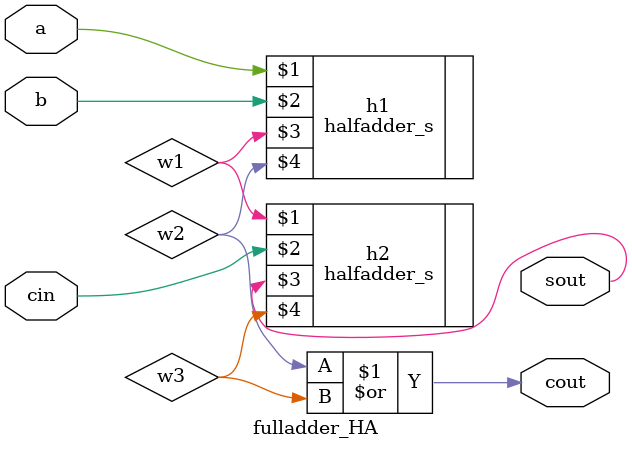
<source format=v>
`timescale 1ns / 1ps


module fulladder_HA(
    input a,b,cin,
    output sout,cout
    );
    
    wire w1,w2,w3;
    
    halfadder_s h1 (a,b,w1,w2);
    halfadder_s h2 (w1,cin,sout,w3);
    or (cout,w2,w3);
    
endmodule
</source>
